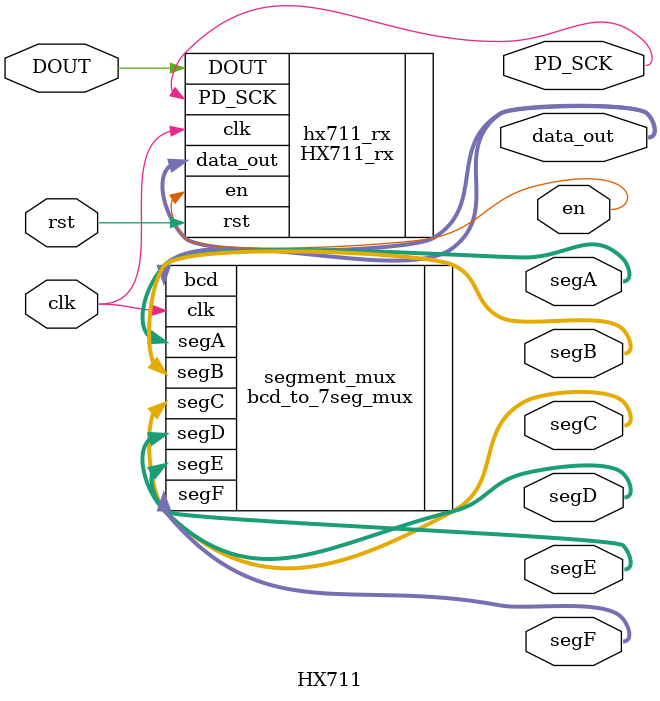
<source format=v>
module HX711(
	input wire clk, rst, DOUT,
	output wire PD_SCK, en,
	output wire [23:0] data_out,
	output wire [6:0] segA, segB, segC, segD, segE, segF
);
	
	HX711_rx hx711_rx(
		.clk(clk),
		.rst(rst),
		.en(en),
		.DOUT(DOUT),
		.data_out(data_out),
		.PD_SCK(PD_SCK)
	);
	
	bcd_to_7seg_mux segment_mux(
		.clk(clk),
		.bcd(data_out),
		.segA(segA),
		.segB(segB),
		.segC(segC),
		.segD(segD),
		.segE(segE),
		.segF(segF)
	);

endmodule

</source>
